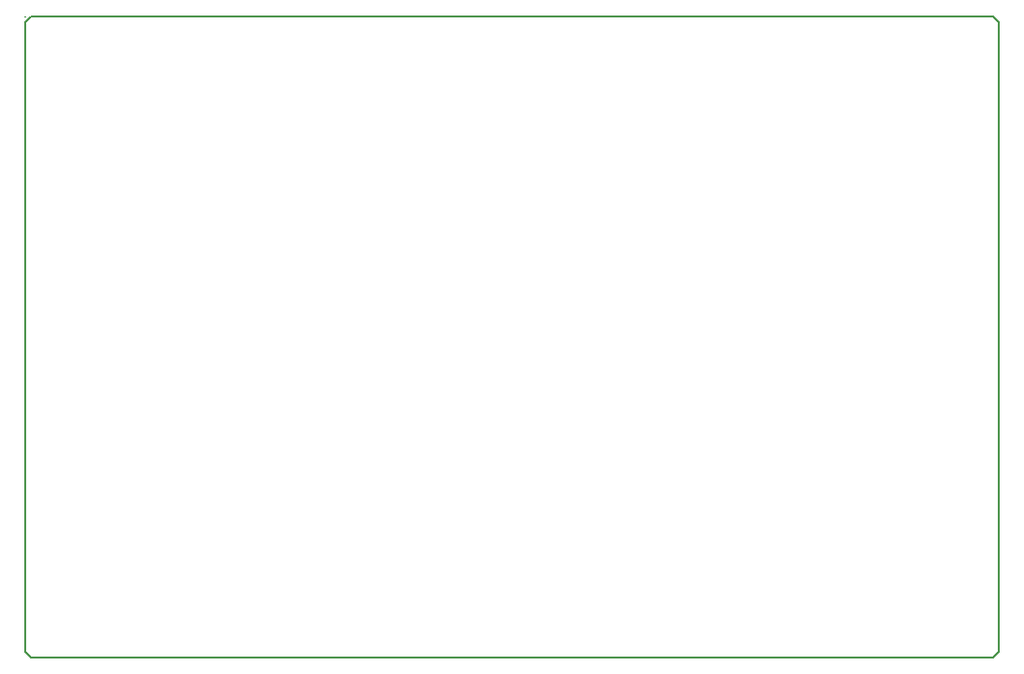
<source format=gbr>
G04 (created by PCBNEW (2013-07-07 BZR 4022)-stable) date 11/09/2013 12:49:52*
%MOIN*%
G04 Gerber Fmt 3.4, Leading zero omitted, Abs format*
%FSLAX34Y34*%
G01*
G70*
G90*
G04 APERTURE LIST*
%ADD10C,0.00590551*%
G04 APERTURE END LIST*
G54D10*
X0Y0D02*
G75*
G03X0Y0I0J0D01*
G74*
G01*
X0Y0D02*
X0Y0D01*
X0Y0D02*
X0Y0D01*
X33267Y0D02*
X196Y0D01*
X33464Y-196D02*
X33267Y0D01*
X33464Y-21850D02*
X33464Y-196D01*
X33267Y-22047D02*
X33464Y-21850D01*
X196Y-22047D02*
X33267Y-22047D01*
X0Y-196D02*
X0Y-21850D01*
X0Y-196D02*
X196Y0D01*
X196Y-22047D02*
X0Y-21850D01*
M02*

</source>
